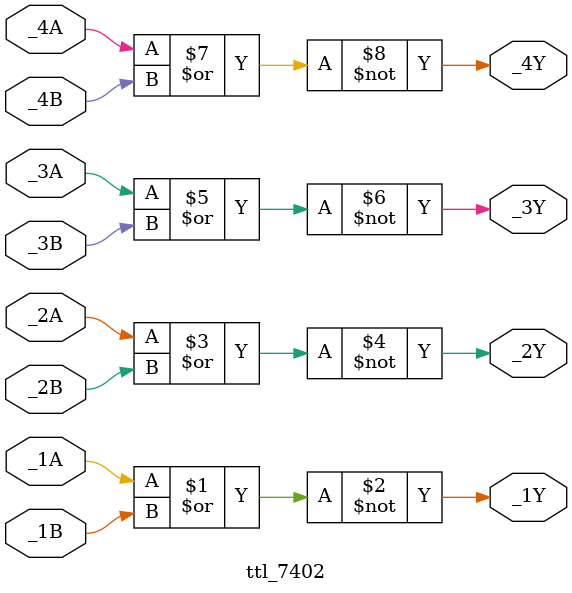
<source format=v>
/*
    TTL 7402

    Quad 2-input NOR Gate
                _____   _____
        1Y   1 |*    \_/     | 14  Vcc
        1A   2 |             | 13  4Y
        1B   3 |             | 12  4B
        2Y   4 |             | 11  4A
        2A   5 |             | 10  3Y
        2B   6 |             | 9   3B
       GND   7 |_____________| 8   3A


    TTL 7403

    Quad 2-Input NOR Gate; Open Collector Outputs
                _____   _____
        1A   1 |*    \_/     | 14  Vcc
        1B   2 |             | 13  4B
        1Y   3 |             | 12  4A
        2A   4 |             | 11  4Y
        2B   5 |             | 10  3B
        2Y   6 |             | 9   3A
       GND   7 |_____________| 8   3Y
*/

module ttl_7402(
    input _1A, input _1B, output _1Y,
    input _2A, input _2B, output _2Y,
    input _3A, input _3B, output _3Y,
    input _4A, input _4B, output _4Y
);
    nor(_1Y,_1A,_1B);
    nor(_2Y,_2A,_2B);
    nor(_3Y,_3A,_3B);
    nor(_4Y,_4A,_4B);
endmodule

/*
module ttl_7403(
    input _1A, input _1B, output _1Y,
    input _2A, input _2B, output _2Y,
    input _3A, input _3B, output _3Y,
    input _4A, input _4B, output _4Y
);
    nor(_1Y,_1A,_1B);
    nor(_2Y,_2A,_2B);
    nor(_3Y,_3A,_3B);
    nor(_4Y,_4A,_4B);
endmodule
*/
</source>
